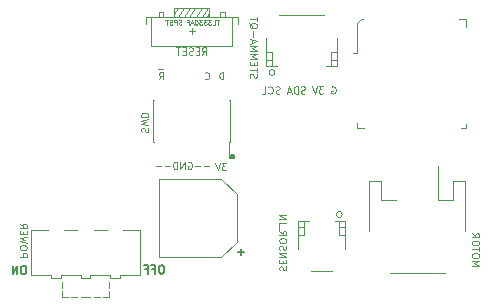
<source format=gbo>
G04 #@! TF.GenerationSoftware,KiCad,Pcbnew,(5.0.0-rc2-dev-444-g2974a2c10)*
G04 #@! TF.CreationDate,2020-01-18T11:14:41-08:00*
G04 #@! TF.ProjectId,StringCar_M0_Express,537472696E674361725F4D305F457870,v04*
G04 #@! TF.SameCoordinates,Original*
G04 #@! TF.FileFunction,Legend,Bot*
G04 #@! TF.FilePolarity,Positive*
%FSLAX46Y46*%
G04 Gerber Fmt 4.6, Leading zero omitted, Abs format (unit mm)*
G04 Created by KiCad (PCBNEW (5.0.0-rc2-dev-444-g2974a2c10)) date 01/18/20 11:14:41*
%MOMM*%
%LPD*%
G01*
G04 APERTURE LIST*
%ADD10C,0.140000*%
%ADD11C,0.150000*%
%ADD12C,0.120000*%
%ADD13C,0.100000*%
%ADD14C,0.050000*%
%ADD15C,0.080000*%
G04 APERTURE END LIST*
D10*
X100833333Y-115766666D02*
X100700000Y-115766666D01*
X100633333Y-115800000D01*
X100566666Y-115866666D01*
X100533333Y-116000000D01*
X100533333Y-116233333D01*
X100566666Y-116366666D01*
X100633333Y-116433333D01*
X100700000Y-116466666D01*
X100833333Y-116466666D01*
X100900000Y-116433333D01*
X100966666Y-116366666D01*
X101000000Y-116233333D01*
X101000000Y-116000000D01*
X100966666Y-115866666D01*
X100900000Y-115800000D01*
X100833333Y-115766666D01*
X100233333Y-116466666D02*
X100233333Y-115766666D01*
X99833333Y-116466666D01*
X99833333Y-115766666D01*
X112516666Y-115716666D02*
X112383333Y-115716666D01*
X112316666Y-115750000D01*
X112250000Y-115816666D01*
X112216666Y-115950000D01*
X112216666Y-116183333D01*
X112250000Y-116316666D01*
X112316666Y-116383333D01*
X112383333Y-116416666D01*
X112516666Y-116416666D01*
X112583333Y-116383333D01*
X112650000Y-116316666D01*
X112683333Y-116183333D01*
X112683333Y-115950000D01*
X112650000Y-115816666D01*
X112583333Y-115750000D01*
X112516666Y-115716666D01*
X111683333Y-116050000D02*
X111916666Y-116050000D01*
X111916666Y-116416666D02*
X111916666Y-115716666D01*
X111583333Y-115716666D01*
X111083333Y-116050000D02*
X111316666Y-116050000D01*
X111316666Y-116416666D02*
X111316666Y-115716666D01*
X110983333Y-115716666D01*
D11*
G36*
X118300000Y-106600000D02*
X118554000Y-106600000D01*
X118554000Y-106346000D01*
X118300000Y-106346000D01*
X118300000Y-106600000D01*
G37*
X118300000Y-106600000D02*
X118554000Y-106600000D01*
X118554000Y-106346000D01*
X118300000Y-106346000D01*
X118300000Y-106600000D01*
D12*
X116479142Y-107342857D02*
X116022000Y-107342857D01*
X115736285Y-107342857D02*
X115279142Y-107342857D01*
X114679142Y-107000000D02*
X114736285Y-106971428D01*
X114822000Y-106971428D01*
X114907714Y-107000000D01*
X114964857Y-107057142D01*
X114993428Y-107114285D01*
X115022000Y-107228571D01*
X115022000Y-107314285D01*
X114993428Y-107428571D01*
X114964857Y-107485714D01*
X114907714Y-107542857D01*
X114822000Y-107571428D01*
X114764857Y-107571428D01*
X114679142Y-107542857D01*
X114650571Y-107514285D01*
X114650571Y-107314285D01*
X114764857Y-107314285D01*
X114393428Y-107571428D02*
X114393428Y-106971428D01*
X114050571Y-107571428D01*
X114050571Y-106971428D01*
X113764857Y-107571428D02*
X113764857Y-106971428D01*
X113622000Y-106971428D01*
X113536285Y-107000000D01*
X113479142Y-107057142D01*
X113450571Y-107114285D01*
X113422000Y-107228571D01*
X113422000Y-107314285D01*
X113450571Y-107428571D01*
X113479142Y-107485714D01*
X113536285Y-107542857D01*
X113622000Y-107571428D01*
X113764857Y-107571428D01*
X113164857Y-107342857D02*
X112707714Y-107342857D01*
X112422000Y-107342857D02*
X111964857Y-107342857D01*
X117936285Y-107071428D02*
X117564857Y-107071428D01*
X117764857Y-107300000D01*
X117679142Y-107300000D01*
X117622000Y-107328571D01*
X117593428Y-107357142D01*
X117564857Y-107414285D01*
X117564857Y-107557142D01*
X117593428Y-107614285D01*
X117622000Y-107642857D01*
X117679142Y-107671428D01*
X117850571Y-107671428D01*
X117907714Y-107642857D01*
X117936285Y-107614285D01*
X117393428Y-107071428D02*
X117193428Y-107671428D01*
X116993428Y-107071428D01*
X117679142Y-99971428D02*
X117679142Y-99371428D01*
X117536285Y-99371428D01*
X117450571Y-99400000D01*
X117393428Y-99457142D01*
X117364857Y-99514285D01*
X117336285Y-99628571D01*
X117336285Y-99714285D01*
X117364857Y-99828571D01*
X117393428Y-99885714D01*
X117450571Y-99942857D01*
X117536285Y-99971428D01*
X117679142Y-99971428D01*
X112611000Y-99112000D02*
X112122000Y-99112000D01*
X112236285Y-99971428D02*
X112436285Y-99685714D01*
X112579142Y-99971428D02*
X112579142Y-99371428D01*
X112350571Y-99371428D01*
X112293428Y-99400000D01*
X112264857Y-99428571D01*
X112236285Y-99485714D01*
X112236285Y-99571428D01*
X112264857Y-99628571D01*
X112293428Y-99657142D01*
X112350571Y-99685714D01*
X112579142Y-99685714D01*
X116136285Y-99914285D02*
X116164857Y-99942857D01*
X116250571Y-99971428D01*
X116307714Y-99971428D01*
X116393428Y-99942857D01*
X116450571Y-99885714D01*
X116479142Y-99828571D01*
X116507714Y-99714285D01*
X116507714Y-99628571D01*
X116479142Y-99514285D01*
X116450571Y-99457142D01*
X116393428Y-99400000D01*
X116307714Y-99371428D01*
X116250571Y-99371428D01*
X116164857Y-99400000D01*
X116136285Y-99428571D01*
X126842857Y-100600000D02*
X126900000Y-100571428D01*
X126985714Y-100571428D01*
X127071428Y-100600000D01*
X127128571Y-100657142D01*
X127157142Y-100714285D01*
X127185714Y-100828571D01*
X127185714Y-100914285D01*
X127157142Y-101028571D01*
X127128571Y-101085714D01*
X127071428Y-101142857D01*
X126985714Y-101171428D01*
X126928571Y-101171428D01*
X126842857Y-101142857D01*
X126814285Y-101114285D01*
X126814285Y-100914285D01*
X126928571Y-100914285D01*
X126157142Y-100571428D02*
X125785714Y-100571428D01*
X125985714Y-100800000D01*
X125900000Y-100800000D01*
X125842857Y-100828571D01*
X125814285Y-100857142D01*
X125785714Y-100914285D01*
X125785714Y-101057142D01*
X125814285Y-101114285D01*
X125842857Y-101142857D01*
X125900000Y-101171428D01*
X126071428Y-101171428D01*
X126128571Y-101142857D01*
X126157142Y-101114285D01*
X125614285Y-100571428D02*
X125414285Y-101171428D01*
X125214285Y-100571428D01*
X124585714Y-101142857D02*
X124500000Y-101171428D01*
X124357142Y-101171428D01*
X124300000Y-101142857D01*
X124271428Y-101114285D01*
X124242857Y-101057142D01*
X124242857Y-101000000D01*
X124271428Y-100942857D01*
X124300000Y-100914285D01*
X124357142Y-100885714D01*
X124471428Y-100857142D01*
X124528571Y-100828571D01*
X124557142Y-100800000D01*
X124585714Y-100742857D01*
X124585714Y-100685714D01*
X124557142Y-100628571D01*
X124528571Y-100600000D01*
X124471428Y-100571428D01*
X124328571Y-100571428D01*
X124242857Y-100600000D01*
X123985714Y-101171428D02*
X123985714Y-100571428D01*
X123842857Y-100571428D01*
X123757142Y-100600000D01*
X123700000Y-100657142D01*
X123671428Y-100714285D01*
X123642857Y-100828571D01*
X123642857Y-100914285D01*
X123671428Y-101028571D01*
X123700000Y-101085714D01*
X123757142Y-101142857D01*
X123842857Y-101171428D01*
X123985714Y-101171428D01*
X123414285Y-101000000D02*
X123128571Y-101000000D01*
X123471428Y-101171428D02*
X123271428Y-100571428D01*
X123071428Y-101171428D01*
X122442857Y-101142857D02*
X122357142Y-101171428D01*
X122214285Y-101171428D01*
X122157142Y-101142857D01*
X122128571Y-101114285D01*
X122100000Y-101057142D01*
X122100000Y-101000000D01*
X122128571Y-100942857D01*
X122157142Y-100914285D01*
X122214285Y-100885714D01*
X122328571Y-100857142D01*
X122385714Y-100828571D01*
X122414285Y-100800000D01*
X122442857Y-100742857D01*
X122442857Y-100685714D01*
X122414285Y-100628571D01*
X122385714Y-100600000D01*
X122328571Y-100571428D01*
X122185714Y-100571428D01*
X122100000Y-100600000D01*
X121500000Y-101114285D02*
X121528571Y-101142857D01*
X121614285Y-101171428D01*
X121671428Y-101171428D01*
X121757142Y-101142857D01*
X121814285Y-101085714D01*
X121842857Y-101028571D01*
X121871428Y-100914285D01*
X121871428Y-100828571D01*
X121842857Y-100714285D01*
X121814285Y-100657142D01*
X121757142Y-100600000D01*
X121671428Y-100571428D01*
X121614285Y-100571428D01*
X121528571Y-100600000D01*
X121500000Y-100628571D01*
X120957142Y-101171428D02*
X121242857Y-101171428D01*
X121242857Y-100571428D01*
D13*
X118800000Y-113700000D02*
X117500000Y-115000000D01*
X117500000Y-108400000D02*
X118800000Y-109700000D01*
X112200000Y-115000000D02*
X117500000Y-115000000D01*
X112200000Y-108400000D02*
X117500000Y-108400000D01*
X118800000Y-109700000D02*
X118800000Y-111700000D01*
X118800000Y-111700000D02*
X118800000Y-113700000D01*
X112200000Y-111700000D02*
X112200000Y-115000000D01*
X112200000Y-108400000D02*
X112200000Y-111700000D01*
D12*
X135875000Y-110175000D02*
X137150000Y-110175000D01*
X137150000Y-110175000D02*
X137150000Y-108575000D01*
X137150000Y-108575000D02*
X138150000Y-108575000D01*
X138150000Y-108575000D02*
X138150000Y-112800000D01*
X130050000Y-112800000D02*
X130050000Y-108575000D01*
X130050000Y-108575000D02*
X131050000Y-108575000D01*
X131050000Y-108575000D02*
X131050000Y-110175000D01*
X131050000Y-110175000D02*
X132325000Y-110175000D01*
X136425000Y-116375000D02*
X131775000Y-116375000D01*
X135875000Y-110175000D02*
X135875000Y-107275000D01*
D13*
X128975000Y-95225000D02*
X128975000Y-97725000D01*
X129525000Y-94875000D02*
X129325000Y-94875000D01*
X129325000Y-94875000D02*
X128975000Y-95225000D01*
X128975000Y-97725000D02*
X128650000Y-97725000D01*
X129575000Y-104125000D02*
X128975000Y-104125000D01*
X128975000Y-104125000D02*
X128975000Y-103625000D01*
X138225000Y-95500000D02*
X138225000Y-94875000D01*
X138225000Y-94875000D02*
X137625000Y-94875000D01*
X137800000Y-104125000D02*
X138225000Y-104125000D01*
X138225000Y-104125000D02*
X138225000Y-103775000D01*
D12*
X111830000Y-101735000D02*
X111765000Y-101735000D01*
X111830000Y-105265000D02*
X111765000Y-105265000D01*
X118235000Y-101735000D02*
X118170000Y-101735000D01*
X118235000Y-105265000D02*
X118170000Y-105265000D01*
X118170000Y-106590000D02*
X118170000Y-105265000D01*
X111765000Y-105265000D02*
X111765000Y-101735000D01*
X118235000Y-105265000D02*
X118235000Y-101735000D01*
X106400000Y-118400000D02*
X106400000Y-118400000D01*
X105600000Y-118400000D02*
X106400000Y-118400000D01*
X105300000Y-118400000D02*
X105300000Y-118400000D01*
X104800000Y-118400000D02*
X105300000Y-118400000D01*
X106700000Y-118400000D02*
X106700000Y-118400000D01*
X107200000Y-118400000D02*
X106700000Y-118400000D01*
X108000000Y-117100000D02*
X108000000Y-117100000D01*
X108000000Y-117600000D02*
X108000000Y-117100000D01*
X104000000Y-117100000D02*
X104000000Y-117100000D01*
X104000000Y-117600000D02*
X104000000Y-117100000D01*
X104000000Y-117900000D02*
X104000000Y-117900000D01*
X104000000Y-118400000D02*
X104000000Y-117900000D01*
X104500000Y-118400000D02*
X104500000Y-118400000D01*
X104000000Y-118400000D02*
X104500000Y-118400000D01*
X107500000Y-118400000D02*
X107500000Y-118400000D01*
X108000000Y-118400000D02*
X107500000Y-118400000D01*
X108000000Y-117900000D02*
X108000000Y-117900000D01*
X108000000Y-118400000D02*
X108000000Y-117900000D01*
X110600000Y-116500000D02*
X110600000Y-116500000D01*
X108900000Y-116500000D02*
X110600000Y-116500000D01*
X108900000Y-116800000D02*
X108900000Y-116500000D01*
X108100000Y-116800000D02*
X108900000Y-116800000D01*
X108100000Y-116500000D02*
X108100000Y-116800000D01*
X106400000Y-116500000D02*
X108100000Y-116500000D01*
X106400000Y-116800000D02*
X106400000Y-116500000D01*
X105600000Y-116800000D02*
X106400000Y-116800000D01*
X105600000Y-116500000D02*
X105600000Y-116800000D01*
X103900000Y-116500000D02*
X105600000Y-116500000D01*
X103900000Y-116800000D02*
X103900000Y-116500000D01*
X103100000Y-116800000D02*
X103900000Y-116800000D01*
X103100000Y-116500000D02*
X103100000Y-116800000D01*
X101400000Y-116500000D02*
X103100000Y-116500000D01*
X107800000Y-112700000D02*
X107800000Y-112700000D01*
X106700000Y-112700000D02*
X107800000Y-112700000D01*
X105300000Y-112700000D02*
X105300000Y-112700000D01*
X104200000Y-112700000D02*
X105300000Y-112700000D01*
X110600000Y-112700000D02*
X109200000Y-112700000D01*
X110600000Y-116500000D02*
X110600000Y-112700000D01*
X101400000Y-112700000D02*
X101400000Y-116500000D01*
X102800000Y-112700000D02*
X101400000Y-112700000D01*
X122050000Y-99387500D02*
G75*
G03X122050000Y-99387500I-250000J0D01*
G01*
X122400000Y-94562500D02*
X126200000Y-94562500D01*
X121300000Y-96462500D02*
X121300000Y-98812500D01*
X121300000Y-98812500D02*
X122200000Y-98812500D01*
X121800000Y-98812500D02*
X121800000Y-97612500D01*
X121800000Y-97612500D02*
X121800000Y-97612500D01*
X121800000Y-97612500D02*
X121800000Y-98812500D01*
X121800000Y-98812500D02*
X121800000Y-98812500D01*
X121800000Y-98312500D02*
X121800000Y-98312500D01*
X121800000Y-98312500D02*
X121300000Y-98312500D01*
X121300000Y-98312500D02*
X121300000Y-98312500D01*
X121300000Y-98312500D02*
X121800000Y-98312500D01*
X121800000Y-97612500D02*
X121800000Y-97612500D01*
X121800000Y-97612500D02*
X121300000Y-97612500D01*
X121300000Y-97612500D02*
X121300000Y-97612500D01*
X121300000Y-97612500D02*
X121800000Y-97612500D01*
X127300000Y-96462500D02*
X127300000Y-98812500D01*
X127300000Y-98812500D02*
X126400000Y-98812500D01*
X126800000Y-98812500D02*
X126800000Y-97612500D01*
X126800000Y-97612500D02*
X126800000Y-97612500D01*
X126800000Y-97612500D02*
X126800000Y-98812500D01*
X126800000Y-98812500D02*
X126800000Y-98812500D01*
X126800000Y-98312500D02*
X126800000Y-98312500D01*
X126800000Y-98312500D02*
X127300000Y-98312500D01*
X127300000Y-98312500D02*
X127300000Y-98312500D01*
X127300000Y-98312500D02*
X126800000Y-98312500D01*
X126800000Y-97612500D02*
X126800000Y-97612500D01*
X126800000Y-97612500D02*
X127300000Y-97612500D01*
X127300000Y-97612500D02*
X127300000Y-97612500D01*
X127300000Y-97612500D02*
X126800000Y-97612500D01*
D13*
X111550000Y-95900000D02*
X111550000Y-94650000D01*
X115000000Y-94650000D02*
X111100000Y-94650000D01*
X111550000Y-97150000D02*
X111550000Y-95900000D01*
X115000000Y-97150000D02*
X111550000Y-97150000D01*
X118450000Y-95900000D02*
X118450000Y-94650000D01*
X118900000Y-94650000D02*
X115000000Y-94650000D01*
X118450000Y-97150000D02*
X115000000Y-97150000D01*
X118450000Y-97150000D02*
X118450000Y-95900000D01*
D14*
X115000000Y-93900000D02*
X113500000Y-93900000D01*
X116500000Y-93900000D02*
X115000000Y-93900000D01*
X113500000Y-94650000D02*
X113500000Y-93900000D01*
X116500000Y-94650000D02*
X116500000Y-93900000D01*
D13*
X111100000Y-94650000D02*
X111100000Y-95300000D01*
X118900000Y-94650000D02*
X118900000Y-95300000D01*
D14*
X115000000Y-96150000D02*
X115000000Y-95900000D01*
X114750000Y-95900000D02*
X115000000Y-95900000D01*
X112600000Y-94650000D02*
X112600000Y-94250000D01*
X112600000Y-94250000D02*
X112200000Y-94250000D01*
X112200000Y-94650000D02*
X112200000Y-94250000D01*
X117400000Y-94650000D02*
X117400000Y-94250000D01*
X117800000Y-94250000D02*
X117400000Y-94250000D01*
X117800000Y-94650000D02*
X117800000Y-94250000D01*
X114800000Y-94650000D02*
X115300000Y-93900000D01*
X115350000Y-94650000D02*
X115850000Y-93900000D01*
X115850000Y-94650000D02*
X116350000Y-93900000D01*
X114350000Y-94650000D02*
X114850000Y-93900000D01*
X113850000Y-94650000D02*
X114350000Y-93900000D01*
X113500000Y-94400000D02*
X113850000Y-93900000D01*
X116300000Y-94650000D02*
X116500000Y-94350000D01*
X115000000Y-95900000D02*
X115250000Y-95900000D01*
X115000000Y-95900000D02*
X115000000Y-95650000D01*
D12*
X127750000Y-111412500D02*
G75*
G03X127750000Y-111412500I-250000J0D01*
G01*
X126900000Y-116237500D02*
X125100000Y-116237500D01*
X128000000Y-114337500D02*
X128000000Y-111987500D01*
X128000000Y-111987500D02*
X127100000Y-111987500D01*
X127500000Y-111987500D02*
X127500000Y-113187500D01*
X127500000Y-113187500D02*
X127500000Y-113187500D01*
X127500000Y-113187500D02*
X127500000Y-111987500D01*
X127500000Y-111987500D02*
X127500000Y-111987500D01*
X127500000Y-112487500D02*
X127500000Y-112487500D01*
X127500000Y-112487500D02*
X128000000Y-112487500D01*
X128000000Y-112487500D02*
X128000000Y-112487500D01*
X128000000Y-112487500D02*
X127500000Y-112487500D01*
X127500000Y-113187500D02*
X127500000Y-113187500D01*
X127500000Y-113187500D02*
X128000000Y-113187500D01*
X128000000Y-113187500D02*
X128000000Y-113187500D01*
X128000000Y-113187500D02*
X127500000Y-113187500D01*
X124000000Y-114337500D02*
X124000000Y-111987500D01*
X124000000Y-111987500D02*
X124900000Y-111987500D01*
X124500000Y-111987500D02*
X124500000Y-113187500D01*
X124500000Y-113187500D02*
X124500000Y-113187500D01*
X124500000Y-113187500D02*
X124500000Y-111987500D01*
X124500000Y-111987500D02*
X124500000Y-111987500D01*
X124500000Y-112487500D02*
X124500000Y-112487500D01*
X124500000Y-112487500D02*
X124000000Y-112487500D01*
X124000000Y-112487500D02*
X124000000Y-112487500D01*
X124000000Y-112487500D02*
X124500000Y-112487500D01*
X124500000Y-113187500D02*
X124500000Y-113187500D01*
X124500000Y-113187500D02*
X124000000Y-113187500D01*
X124000000Y-113187500D02*
X124000000Y-113187500D01*
X124000000Y-113187500D02*
X124500000Y-113187500D01*
D10*
X119150000Y-114333333D02*
X119150000Y-114866666D01*
X119416666Y-114600000D02*
X118883333Y-114600000D01*
D12*
X138728571Y-115757142D02*
X139328571Y-115757142D01*
X138900000Y-115557142D01*
X139328571Y-115357142D01*
X138728571Y-115357142D01*
X139328571Y-114957142D02*
X139328571Y-114842857D01*
X139300000Y-114785714D01*
X139242857Y-114728571D01*
X139128571Y-114700000D01*
X138928571Y-114700000D01*
X138814285Y-114728571D01*
X138757142Y-114785714D01*
X138728571Y-114842857D01*
X138728571Y-114957142D01*
X138757142Y-115014285D01*
X138814285Y-115071428D01*
X138928571Y-115100000D01*
X139128571Y-115100000D01*
X139242857Y-115071428D01*
X139300000Y-115014285D01*
X139328571Y-114957142D01*
X139328571Y-114528571D02*
X139328571Y-114185714D01*
X138728571Y-114357142D02*
X139328571Y-114357142D01*
X139328571Y-113871428D02*
X139328571Y-113757142D01*
X139300000Y-113700000D01*
X139242857Y-113642857D01*
X139128571Y-113614285D01*
X138928571Y-113614285D01*
X138814285Y-113642857D01*
X138757142Y-113700000D01*
X138728571Y-113757142D01*
X138728571Y-113871428D01*
X138757142Y-113928571D01*
X138814285Y-113985714D01*
X138928571Y-114014285D01*
X139128571Y-114014285D01*
X139242857Y-113985714D01*
X139300000Y-113928571D01*
X139328571Y-113871428D01*
X138728571Y-113014285D02*
X139014285Y-113214285D01*
X138728571Y-113357142D02*
X139328571Y-113357142D01*
X139328571Y-113128571D01*
X139300000Y-113071428D01*
X139271428Y-113042857D01*
X139214285Y-113014285D01*
X139128571Y-113014285D01*
X139071428Y-113042857D01*
X139042857Y-113071428D01*
X139014285Y-113128571D01*
X139014285Y-113357142D01*
X110757142Y-104414285D02*
X110728571Y-104328571D01*
X110728571Y-104185714D01*
X110757142Y-104128571D01*
X110785714Y-104100000D01*
X110842857Y-104071428D01*
X110900000Y-104071428D01*
X110957142Y-104100000D01*
X110985714Y-104128571D01*
X111014285Y-104185714D01*
X111042857Y-104300000D01*
X111071428Y-104357142D01*
X111100000Y-104385714D01*
X111157142Y-104414285D01*
X111214285Y-104414285D01*
X111271428Y-104385714D01*
X111300000Y-104357142D01*
X111328571Y-104300000D01*
X111328571Y-104157142D01*
X111300000Y-104071428D01*
X111328571Y-103871428D02*
X110728571Y-103728571D01*
X111157142Y-103614285D01*
X110728571Y-103500000D01*
X111328571Y-103357142D01*
X110728571Y-103128571D02*
X111328571Y-103128571D01*
X111328571Y-102985714D01*
X111300000Y-102900000D01*
X111242857Y-102842857D01*
X111185714Y-102814285D01*
X111071428Y-102785714D01*
X110985714Y-102785714D01*
X110871428Y-102814285D01*
X110814285Y-102842857D01*
X110757142Y-102900000D01*
X110728571Y-102985714D01*
X110728571Y-103128571D01*
X100428571Y-114985714D02*
X101028571Y-114985714D01*
X101028571Y-114757142D01*
X101000000Y-114700000D01*
X100971428Y-114671428D01*
X100914285Y-114642857D01*
X100828571Y-114642857D01*
X100771428Y-114671428D01*
X100742857Y-114700000D01*
X100714285Y-114757142D01*
X100714285Y-114985714D01*
X101028571Y-114271428D02*
X101028571Y-114157142D01*
X101000000Y-114100000D01*
X100942857Y-114042857D01*
X100828571Y-114014285D01*
X100628571Y-114014285D01*
X100514285Y-114042857D01*
X100457142Y-114100000D01*
X100428571Y-114157142D01*
X100428571Y-114271428D01*
X100457142Y-114328571D01*
X100514285Y-114385714D01*
X100628571Y-114414285D01*
X100828571Y-114414285D01*
X100942857Y-114385714D01*
X101000000Y-114328571D01*
X101028571Y-114271428D01*
X101028571Y-113814285D02*
X100428571Y-113671428D01*
X100857142Y-113557142D01*
X100428571Y-113442857D01*
X101028571Y-113300000D01*
X100742857Y-113071428D02*
X100742857Y-112871428D01*
X100428571Y-112785714D02*
X100428571Y-113071428D01*
X101028571Y-113071428D01*
X101028571Y-112785714D01*
X100428571Y-112185714D02*
X100714285Y-112385714D01*
X100428571Y-112528571D02*
X101028571Y-112528571D01*
X101028571Y-112300000D01*
X101000000Y-112242857D01*
X100971428Y-112214285D01*
X100914285Y-112185714D01*
X100828571Y-112185714D01*
X100771428Y-112214285D01*
X100742857Y-112242857D01*
X100714285Y-112300000D01*
X100714285Y-112528571D01*
X119957142Y-99828571D02*
X119928571Y-99742857D01*
X119928571Y-99600000D01*
X119957142Y-99542857D01*
X119985714Y-99514285D01*
X120042857Y-99485714D01*
X120100000Y-99485714D01*
X120157142Y-99514285D01*
X120185714Y-99542857D01*
X120214285Y-99600000D01*
X120242857Y-99714285D01*
X120271428Y-99771428D01*
X120300000Y-99800000D01*
X120357142Y-99828571D01*
X120414285Y-99828571D01*
X120471428Y-99800000D01*
X120500000Y-99771428D01*
X120528571Y-99714285D01*
X120528571Y-99571428D01*
X120500000Y-99485714D01*
X120528571Y-99314285D02*
X120528571Y-98971428D01*
X119928571Y-99142857D02*
X120528571Y-99142857D01*
X120242857Y-98771428D02*
X120242857Y-98571428D01*
X119928571Y-98485714D02*
X119928571Y-98771428D01*
X120528571Y-98771428D01*
X120528571Y-98485714D01*
X119928571Y-98228571D02*
X120528571Y-98228571D01*
X120100000Y-98028571D01*
X120528571Y-97828571D01*
X119928571Y-97828571D01*
X119928571Y-97542857D02*
X120528571Y-97542857D01*
X120100000Y-97342857D01*
X120528571Y-97142857D01*
X119928571Y-97142857D01*
X120100000Y-96885714D02*
X120100000Y-96600000D01*
X119928571Y-96942857D02*
X120528571Y-96742857D01*
X119928571Y-96542857D01*
X120157142Y-96342857D02*
X120157142Y-95885714D01*
X119871428Y-95200000D02*
X119900000Y-95257142D01*
X119957142Y-95314285D01*
X120042857Y-95400000D01*
X120071428Y-95457142D01*
X120071428Y-95514285D01*
X119928571Y-95485714D02*
X119957142Y-95542857D01*
X120014285Y-95600000D01*
X120128571Y-95628571D01*
X120328571Y-95628571D01*
X120442857Y-95600000D01*
X120500000Y-95542857D01*
X120528571Y-95485714D01*
X120528571Y-95371428D01*
X120500000Y-95314285D01*
X120442857Y-95257142D01*
X120328571Y-95228571D01*
X120128571Y-95228571D01*
X120014285Y-95257142D01*
X119957142Y-95314285D01*
X119928571Y-95371428D01*
X119928571Y-95485714D01*
X120528571Y-95057142D02*
X120528571Y-94714285D01*
X119928571Y-94885714D02*
X120528571Y-94885714D01*
X115871428Y-97871428D02*
X116071428Y-97585714D01*
X116214285Y-97871428D02*
X116214285Y-97271428D01*
X115985714Y-97271428D01*
X115928571Y-97300000D01*
X115900000Y-97328571D01*
X115871428Y-97385714D01*
X115871428Y-97471428D01*
X115900000Y-97528571D01*
X115928571Y-97557142D01*
X115985714Y-97585714D01*
X116214285Y-97585714D01*
X115614285Y-97557142D02*
X115414285Y-97557142D01*
X115328571Y-97871428D02*
X115614285Y-97871428D01*
X115614285Y-97271428D01*
X115328571Y-97271428D01*
X115100000Y-97842857D02*
X115014285Y-97871428D01*
X114871428Y-97871428D01*
X114814285Y-97842857D01*
X114785714Y-97814285D01*
X114757142Y-97757142D01*
X114757142Y-97700000D01*
X114785714Y-97642857D01*
X114814285Y-97614285D01*
X114871428Y-97585714D01*
X114985714Y-97557142D01*
X115042857Y-97528571D01*
X115071428Y-97500000D01*
X115100000Y-97442857D01*
X115100000Y-97385714D01*
X115071428Y-97328571D01*
X115042857Y-97300000D01*
X114985714Y-97271428D01*
X114842857Y-97271428D01*
X114757142Y-97300000D01*
X114500000Y-97557142D02*
X114300000Y-97557142D01*
X114214285Y-97871428D02*
X114500000Y-97871428D01*
X114500000Y-97271428D01*
X114214285Y-97271428D01*
X114042857Y-97271428D02*
X113700000Y-97271428D01*
X113871428Y-97871428D02*
X113871428Y-97271428D01*
D15*
X117316666Y-94930952D02*
X117088095Y-94930952D01*
X117202380Y-95330952D02*
X117202380Y-94930952D01*
X116764285Y-95330952D02*
X116954761Y-95330952D01*
X116954761Y-94930952D01*
X116669047Y-94930952D02*
X116421428Y-94930952D01*
X116554761Y-95083333D01*
X116497619Y-95083333D01*
X116459523Y-95102380D01*
X116440476Y-95121428D01*
X116421428Y-95159523D01*
X116421428Y-95254761D01*
X116440476Y-95292857D01*
X116459523Y-95311904D01*
X116497619Y-95330952D01*
X116611904Y-95330952D01*
X116650000Y-95311904D01*
X116669047Y-95292857D01*
X116288095Y-94930952D02*
X116040476Y-94930952D01*
X116173809Y-95083333D01*
X116116666Y-95083333D01*
X116078571Y-95102380D01*
X116059523Y-95121428D01*
X116040476Y-95159523D01*
X116040476Y-95254761D01*
X116059523Y-95292857D01*
X116078571Y-95311904D01*
X116116666Y-95330952D01*
X116230952Y-95330952D01*
X116269047Y-95311904D01*
X116288095Y-95292857D01*
X115907142Y-94930952D02*
X115659523Y-94930952D01*
X115792857Y-95083333D01*
X115735714Y-95083333D01*
X115697619Y-95102380D01*
X115678571Y-95121428D01*
X115659523Y-95159523D01*
X115659523Y-95254761D01*
X115678571Y-95292857D01*
X115697619Y-95311904D01*
X115735714Y-95330952D01*
X115850000Y-95330952D01*
X115888095Y-95311904D01*
X115907142Y-95292857D01*
X115411904Y-94930952D02*
X115373809Y-94930952D01*
X115335714Y-94950000D01*
X115316666Y-94969047D01*
X115297619Y-95007142D01*
X115278571Y-95083333D01*
X115278571Y-95178571D01*
X115297619Y-95254761D01*
X115316666Y-95292857D01*
X115335714Y-95311904D01*
X115373809Y-95330952D01*
X115411904Y-95330952D01*
X115450000Y-95311904D01*
X115469047Y-95292857D01*
X115488095Y-95254761D01*
X115507142Y-95178571D01*
X115507142Y-95083333D01*
X115488095Y-95007142D01*
X115469047Y-94969047D01*
X115450000Y-94950000D01*
X115411904Y-94930952D01*
X115126190Y-95216666D02*
X114935714Y-95216666D01*
X115164285Y-95330952D02*
X115030952Y-94930952D01*
X114897619Y-95330952D01*
X114630952Y-95121428D02*
X114764285Y-95121428D01*
X114764285Y-95330952D02*
X114764285Y-94930952D01*
X114573809Y-94930952D01*
X114135714Y-95311904D02*
X114078571Y-95330952D01*
X113983333Y-95330952D01*
X113945238Y-95311904D01*
X113926190Y-95292857D01*
X113907142Y-95254761D01*
X113907142Y-95216666D01*
X113926190Y-95178571D01*
X113945238Y-95159523D01*
X113983333Y-95140476D01*
X114059523Y-95121428D01*
X114097619Y-95102380D01*
X114116666Y-95083333D01*
X114135714Y-95045238D01*
X114135714Y-95007142D01*
X114116666Y-94969047D01*
X114097619Y-94950000D01*
X114059523Y-94930952D01*
X113964285Y-94930952D01*
X113907142Y-94950000D01*
X113735714Y-95330952D02*
X113735714Y-94930952D01*
X113583333Y-94930952D01*
X113545238Y-94950000D01*
X113526190Y-94969047D01*
X113507142Y-95007142D01*
X113507142Y-95064285D01*
X113526190Y-95102380D01*
X113545238Y-95121428D01*
X113583333Y-95140476D01*
X113735714Y-95140476D01*
X113354761Y-95311904D02*
X113297619Y-95330952D01*
X113202380Y-95330952D01*
X113164285Y-95311904D01*
X113145238Y-95292857D01*
X113126190Y-95254761D01*
X113126190Y-95216666D01*
X113145238Y-95178571D01*
X113164285Y-95159523D01*
X113202380Y-95140476D01*
X113278571Y-95121428D01*
X113316666Y-95102380D01*
X113335714Y-95083333D01*
X113354761Y-95045238D01*
X113354761Y-95007142D01*
X113335714Y-94969047D01*
X113316666Y-94950000D01*
X113278571Y-94930952D01*
X113183333Y-94930952D01*
X113126190Y-94950000D01*
X113011904Y-94930952D02*
X112783333Y-94930952D01*
X112897619Y-95330952D02*
X112897619Y-94930952D01*
D12*
X122457142Y-116142857D02*
X122428571Y-116057142D01*
X122428571Y-115914285D01*
X122457142Y-115857142D01*
X122485714Y-115828571D01*
X122542857Y-115800000D01*
X122600000Y-115800000D01*
X122657142Y-115828571D01*
X122685714Y-115857142D01*
X122714285Y-115914285D01*
X122742857Y-116028571D01*
X122771428Y-116085714D01*
X122800000Y-116114285D01*
X122857142Y-116142857D01*
X122914285Y-116142857D01*
X122971428Y-116114285D01*
X123000000Y-116085714D01*
X123028571Y-116028571D01*
X123028571Y-115885714D01*
X123000000Y-115800000D01*
X122742857Y-115542857D02*
X122742857Y-115342857D01*
X122428571Y-115257142D02*
X122428571Y-115542857D01*
X123028571Y-115542857D01*
X123028571Y-115257142D01*
X122428571Y-115000000D02*
X123028571Y-115000000D01*
X122428571Y-114657142D01*
X123028571Y-114657142D01*
X122457142Y-114400000D02*
X122428571Y-114314285D01*
X122428571Y-114171428D01*
X122457142Y-114114285D01*
X122485714Y-114085714D01*
X122542857Y-114057142D01*
X122600000Y-114057142D01*
X122657142Y-114085714D01*
X122685714Y-114114285D01*
X122714285Y-114171428D01*
X122742857Y-114285714D01*
X122771428Y-114342857D01*
X122800000Y-114371428D01*
X122857142Y-114400000D01*
X122914285Y-114400000D01*
X122971428Y-114371428D01*
X123000000Y-114342857D01*
X123028571Y-114285714D01*
X123028571Y-114142857D01*
X123000000Y-114057142D01*
X123028571Y-113685714D02*
X123028571Y-113571428D01*
X123000000Y-113514285D01*
X122942857Y-113457142D01*
X122828571Y-113428571D01*
X122628571Y-113428571D01*
X122514285Y-113457142D01*
X122457142Y-113514285D01*
X122428571Y-113571428D01*
X122428571Y-113685714D01*
X122457142Y-113742857D01*
X122514285Y-113800000D01*
X122628571Y-113828571D01*
X122828571Y-113828571D01*
X122942857Y-113800000D01*
X123000000Y-113742857D01*
X123028571Y-113685714D01*
X122428571Y-112828571D02*
X122714285Y-113028571D01*
X122428571Y-113171428D02*
X123028571Y-113171428D01*
X123028571Y-112942857D01*
X123000000Y-112885714D01*
X122971428Y-112857142D01*
X122914285Y-112828571D01*
X122828571Y-112828571D01*
X122771428Y-112857142D01*
X122742857Y-112885714D01*
X122714285Y-112942857D01*
X122714285Y-113171428D01*
X122371428Y-112714285D02*
X122371428Y-112257142D01*
X122428571Y-112114285D02*
X123028571Y-112114285D01*
X122428571Y-111828571D02*
X123028571Y-111828571D01*
X122428571Y-111485714D01*
X123028571Y-111485714D01*
M02*

</source>
